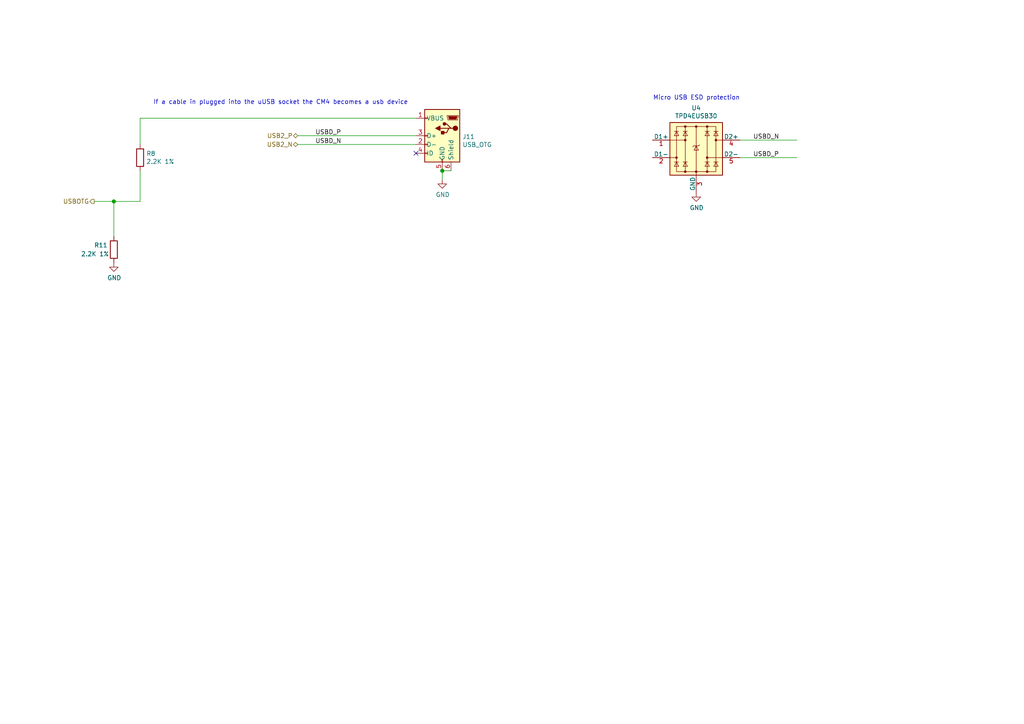
<source format=kicad_sch>
(kicad_sch (version 20211123) (generator eeschema)

  (uuid bac7c5b3-99df-445a-ade9-1e608bbbe27e)

  (paper "A4")

  (title_block
    (title "Compute Module 4 IO USB3 Board - USB")
    (rev "1")
    (company "Copyright © 2020-2022 Raspberry Pi Ltd (formerly Raspberry Pi (Trading) Ltd.)")
    (comment 1 "www.raspberrypi.com")
  )

  (lib_symbols
    (symbol "CM4IO:TPD4EUSB30" (pin_names (offset 0)) (in_bom yes) (on_board yes)
      (property "Reference" "U" (id 0) (at -0.635 8.89 0)
        (effects (font (size 1.27 1.27)))
      )
      (property "Value" "TPD4EUSB30" (id 1) (at 8.89 -10.16 0)
        (effects (font (size 1.27 1.27)))
      )
      (property "Footprint" "Package_SON:USON-10_2.5x1.0mm_P0.5mm" (id 2) (at -24.13 -10.16 0)
        (effects (font (size 1.27 1.27)) hide)
      )
      (property "Datasheet" "http://www.ti.com/lit/ds/symlink/tpd2eusb30a.pdf" (id 3) (at 0 0 0)
        (effects (font (size 1.27 1.27)) hide)
      )
      (property "ki_keywords" "ESD protection USB 3.0" (id 4) (at 0 0 0)
        (effects (font (size 1.27 1.27)) hide)
      )
      (property "ki_description" "4-Channel ESD Protection for Super-Speed USB 3.0 Interface, USON-10" (id 5) (at 0 0 0)
        (effects (font (size 1.27 1.27)) hide)
      )
      (property "ki_fp_filters" "USON*2.5x1.0mm*P0.5mm*" (id 6) (at 0 0 0)
        (effects (font (size 1.27 1.27)) hide)
      )
      (symbol "TPD4EUSB30_0_0"
        (rectangle (start -5.715 6.477) (end 5.715 -6.604)
          (stroke (width 0) (type default) (color 0 0 0 0))
          (fill (type none))
        )
        (polyline
          (pts
            (xy -3.175 -6.604)
            (xy -3.175 6.477)
          )
          (stroke (width 0) (type default) (color 0 0 0 0))
          (fill (type none))
        )
        (polyline
          (pts
            (xy 0 6.477)
            (xy 0 -6.604)
          )
          (stroke (width 0) (type default) (color 0 0 0 0))
          (fill (type none))
        )
        (polyline
          (pts
            (xy 3.175 6.477)
            (xy 3.175 -6.604)
          )
          (stroke (width 0) (type default) (color 0 0 0 0))
          (fill (type none))
        )
      )
      (symbol "TPD4EUSB30_0_1"
        (rectangle (start -7.62 7.62) (end 7.62 -7.62)
          (stroke (width 0.254) (type default) (color 0 0 0 0))
          (fill (type background))
        )
        (circle (center -5.715 -2.54) (radius 0.2794)
          (stroke (width 0) (type default) (color 0 0 0 0))
          (fill (type outline))
        )
        (circle (center -3.175 -6.604) (radius 0.2794)
          (stroke (width 0) (type default) (color 0 0 0 0))
          (fill (type outline))
        )
        (circle (center -3.175 2.54) (radius 0.2794)
          (stroke (width 0) (type default) (color 0 0 0 0))
          (fill (type outline))
        )
        (circle (center -3.175 6.477) (radius 0.2794)
          (stroke (width 0) (type default) (color 0 0 0 0))
          (fill (type outline))
        )
        (circle (center 0 -6.604) (radius 0.2794)
          (stroke (width 0) (type default) (color 0 0 0 0))
          (fill (type outline))
        )
        (polyline
          (pts
            (xy -7.747 2.54)
            (xy -3.175 2.54)
          )
          (stroke (width 0) (type default) (color 0 0 0 0))
          (fill (type none))
        )
        (polyline
          (pts
            (xy -7.62 -2.54)
            (xy -5.715 -2.54)
          )
          (stroke (width 0) (type default) (color 0 0 0 0))
          (fill (type none))
        )
        (polyline
          (pts
            (xy -5.08 -3.81)
            (xy -6.35 -3.81)
          )
          (stroke (width 0) (type default) (color 0 0 0 0))
          (fill (type none))
        )
        (polyline
          (pts
            (xy -5.08 5.08)
            (xy -6.35 5.08)
          )
          (stroke (width 0) (type default) (color 0 0 0 0))
          (fill (type none))
        )
        (polyline
          (pts
            (xy -2.54 -3.81)
            (xy -3.81 -3.81)
          )
          (stroke (width 0) (type default) (color 0 0 0 0))
          (fill (type none))
        )
        (polyline
          (pts
            (xy -2.54 5.08)
            (xy -3.81 5.08)
          )
          (stroke (width 0) (type default) (color 0 0 0 0))
          (fill (type none))
        )
        (polyline
          (pts
            (xy -0.635 0.889)
            (xy -1.016 0.635)
          )
          (stroke (width 0) (type default) (color 0 0 0 0))
          (fill (type none))
        )
        (polyline
          (pts
            (xy 0 -6.604)
            (xy 0 -7.62)
          )
          (stroke (width 0) (type default) (color 0 0 0 0))
          (fill (type none))
        )
        (polyline
          (pts
            (xy 0.635 0.889)
            (xy -0.635 0.889)
          )
          (stroke (width 0) (type default) (color 0 0 0 0))
          (fill (type none))
        )
        (polyline
          (pts
            (xy 0.635 0.889)
            (xy 1.016 1.143)
          )
          (stroke (width 0) (type default) (color 0 0 0 0))
          (fill (type none))
        )
        (polyline
          (pts
            (xy 3.81 -3.81)
            (xy 2.54 -3.81)
          )
          (stroke (width 0) (type default) (color 0 0 0 0))
          (fill (type none))
        )
        (polyline
          (pts
            (xy 3.81 5.08)
            (xy 2.54 5.08)
          )
          (stroke (width 0) (type default) (color 0 0 0 0))
          (fill (type none))
        )
        (polyline
          (pts
            (xy 6.35 -3.81)
            (xy 5.08 -3.81)
          )
          (stroke (width 0) (type default) (color 0 0 0 0))
          (fill (type none))
        )
        (polyline
          (pts
            (xy 6.35 5.08)
            (xy 5.08 5.08)
          )
          (stroke (width 0) (type default) (color 0 0 0 0))
          (fill (type none))
        )
        (polyline
          (pts
            (xy 7.62 -2.54)
            (xy 3.175 -2.54)
          )
          (stroke (width 0) (type default) (color 0 0 0 0))
          (fill (type none))
        )
        (polyline
          (pts
            (xy 7.62 2.54)
            (xy 5.715 2.54)
          )
          (stroke (width 0) (type default) (color 0 0 0 0))
          (fill (type none))
        )
        (polyline
          (pts
            (xy -5.08 -5.08)
            (xy -6.35 -5.08)
            (xy -5.715 -3.81)
            (xy -5.08 -5.08)
          )
          (stroke (width 0) (type default) (color 0 0 0 0))
          (fill (type none))
        )
        (polyline
          (pts
            (xy -5.08 3.81)
            (xy -6.35 3.81)
            (xy -5.715 5.08)
            (xy -5.08 3.81)
          )
          (stroke (width 0) (type default) (color 0 0 0 0))
          (fill (type none))
        )
        (polyline
          (pts
            (xy -2.54 -5.08)
            (xy -3.81 -5.08)
            (xy -3.175 -3.81)
            (xy -2.54 -5.08)
          )
          (stroke (width 0) (type default) (color 0 0 0 0))
          (fill (type none))
        )
        (polyline
          (pts
            (xy -2.54 3.81)
            (xy -3.81 3.81)
            (xy -3.175 5.08)
            (xy -2.54 3.81)
          )
          (stroke (width 0) (type default) (color 0 0 0 0))
          (fill (type none))
        )
        (polyline
          (pts
            (xy 0.635 -0.381)
            (xy -0.635 -0.381)
            (xy 0 0.889)
            (xy 0.635 -0.381)
          )
          (stroke (width 0) (type default) (color 0 0 0 0))
          (fill (type none))
        )
        (polyline
          (pts
            (xy 3.81 -5.08)
            (xy 2.54 -5.08)
            (xy 3.175 -3.81)
            (xy 3.81 -5.08)
          )
          (stroke (width 0) (type default) (color 0 0 0 0))
          (fill (type none))
        )
        (polyline
          (pts
            (xy 3.81 3.81)
            (xy 2.54 3.81)
            (xy 3.175 5.08)
            (xy 3.81 3.81)
          )
          (stroke (width 0) (type default) (color 0 0 0 0))
          (fill (type none))
        )
        (polyline
          (pts
            (xy 6.35 -5.08)
            (xy 5.08 -5.08)
            (xy 5.715 -3.81)
            (xy 6.35 -5.08)
          )
          (stroke (width 0) (type default) (color 0 0 0 0))
          (fill (type none))
        )
        (polyline
          (pts
            (xy 6.35 3.81)
            (xy 5.08 3.81)
            (xy 5.715 5.08)
            (xy 6.35 3.81)
          )
          (stroke (width 0) (type default) (color 0 0 0 0))
          (fill (type none))
        )
        (circle (center 0 6.477) (radius 0.2794)
          (stroke (width 0) (type default) (color 0 0 0 0))
          (fill (type outline))
        )
        (circle (center 3.175 -6.604) (radius 0.2794)
          (stroke (width 0) (type default) (color 0 0 0 0))
          (fill (type outline))
        )
        (circle (center 3.175 -2.54) (radius 0.2794)
          (stroke (width 0) (type default) (color 0 0 0 0))
          (fill (type outline))
        )
        (circle (center 3.175 6.477) (radius 0.2794)
          (stroke (width 0) (type default) (color 0 0 0 0))
          (fill (type outline))
        )
        (circle (center 5.715 2.54) (radius 0.2794)
          (stroke (width 0) (type default) (color 0 0 0 0))
          (fill (type outline))
        )
      )
      (symbol "TPD4EUSB30_1_1"
        (pin passive line (at -12.7 2.54 0) (length 5.08)
          (name "D1+" (effects (font (size 1.27 1.27))))
          (number "1" (effects (font (size 1.27 1.27))))
        )
        (pin passive line (at -12.7 2.54 0) (length 5.08) hide
          (name "~" (effects (font (size 1.27 1.27))))
          (number "10" (effects (font (size 1.27 1.27))))
        )
        (pin passive line (at -12.7 -2.54 0) (length 5.08)
          (name "D1-" (effects (font (size 1.27 1.27))))
          (number "2" (effects (font (size 1.27 1.27))))
        )
        (pin power_in line (at 0 -12.7 90) (length 5.08)
          (name "GND" (effects (font (size 1.27 1.27))))
          (number "3" (effects (font (size 1.27 1.27))))
        )
        (pin passive line (at 12.7 2.54 180) (length 5.08)
          (name "D2+" (effects (font (size 1.27 1.27))))
          (number "4" (effects (font (size 1.27 1.27))))
        )
        (pin passive line (at 12.7 -2.54 180) (length 5.08)
          (name "D2-" (effects (font (size 1.27 1.27))))
          (number "5" (effects (font (size 1.27 1.27))))
        )
        (pin passive line (at 12.7 -2.54 180) (length 5.08) hide
          (name "~" (effects (font (size 1.27 1.27))))
          (number "6" (effects (font (size 1.27 1.27))))
        )
        (pin passive line (at 12.7 2.54 180) (length 5.08) hide
          (name "~" (effects (font (size 1.27 1.27))))
          (number "7" (effects (font (size 1.27 1.27))))
        )
        (pin passive line (at 0 -12.7 90) (length 5.08) hide
          (name "GND" (effects (font (size 1.27 1.27))))
          (number "8" (effects (font (size 1.27 1.27))))
        )
        (pin passive line (at -12.7 -2.54 0) (length 5.08) hide
          (name "~" (effects (font (size 1.27 1.27))))
          (number "9" (effects (font (size 1.27 1.27))))
        )
      )
    )
    (symbol "Connector:USB_OTG" (in_bom yes) (on_board yes)
      (property "Reference" "J" (id 0) (at -5.08 11.43 0)
        (effects (font (size 1.27 1.27)) (justify left))
      )
      (property "Value" "USB_OTG" (id 1) (at -5.08 8.89 0)
        (effects (font (size 1.27 1.27)) (justify left))
      )
      (property "Footprint" "" (id 2) (at 3.81 -1.27 0)
        (effects (font (size 1.27 1.27)) hide)
      )
      (property "Datasheet" " ~" (id 3) (at 3.81 -1.27 0)
        (effects (font (size 1.27 1.27)) hide)
      )
      (property "ki_keywords" "connector USB" (id 4) (at 0 0 0)
        (effects (font (size 1.27 1.27)) hide)
      )
      (property "ki_description" "USB mini/micro connector" (id 5) (at 0 0 0)
        (effects (font (size 1.27 1.27)) hide)
      )
      (property "ki_fp_filters" "USB*" (id 6) (at 0 0 0)
        (effects (font (size 1.27 1.27)) hide)
      )
      (symbol "USB_OTG_0_1"
        (rectangle (start -5.08 -7.62) (end 5.08 7.62)
          (stroke (width 0.254) (type default) (color 0 0 0 0))
          (fill (type background))
        )
        (circle (center -3.81 2.159) (radius 0.635)
          (stroke (width 0.254) (type default) (color 0 0 0 0))
          (fill (type outline))
        )
        (circle (center -0.635 3.429) (radius 0.381)
          (stroke (width 0.254) (type default) (color 0 0 0 0))
          (fill (type outline))
        )
        (rectangle (start -0.127 -7.62) (end 0.127 -6.858)
          (stroke (width 0) (type default) (color 0 0 0 0))
          (fill (type none))
        )
        (polyline
          (pts
            (xy -1.905 2.159)
            (xy 0.635 2.159)
          )
          (stroke (width 0.254) (type default) (color 0 0 0 0))
          (fill (type none))
        )
        (polyline
          (pts
            (xy -3.175 2.159)
            (xy -2.54 2.159)
            (xy -1.27 3.429)
            (xy -0.635 3.429)
          )
          (stroke (width 0.254) (type default) (color 0 0 0 0))
          (fill (type none))
        )
        (polyline
          (pts
            (xy -2.54 2.159)
            (xy -1.905 2.159)
            (xy -1.27 0.889)
            (xy 0 0.889)
          )
          (stroke (width 0.254) (type default) (color 0 0 0 0))
          (fill (type none))
        )
        (polyline
          (pts
            (xy 0.635 2.794)
            (xy 0.635 1.524)
            (xy 1.905 2.159)
            (xy 0.635 2.794)
          )
          (stroke (width 0.254) (type default) (color 0 0 0 0))
          (fill (type outline))
        )
        (polyline
          (pts
            (xy -4.318 5.588)
            (xy -1.778 5.588)
            (xy -2.032 4.826)
            (xy -4.064 4.826)
            (xy -4.318 5.588)
          )
          (stroke (width 0) (type default) (color 0 0 0 0))
          (fill (type outline))
        )
        (polyline
          (pts
            (xy -4.699 5.842)
            (xy -4.699 5.588)
            (xy -4.445 4.826)
            (xy -4.445 4.572)
            (xy -1.651 4.572)
            (xy -1.651 4.826)
            (xy -1.397 5.588)
            (xy -1.397 5.842)
            (xy -4.699 5.842)
          )
          (stroke (width 0) (type default) (color 0 0 0 0))
          (fill (type none))
        )
        (rectangle (start 0.254 1.27) (end -0.508 0.508)
          (stroke (width 0.254) (type default) (color 0 0 0 0))
          (fill (type outline))
        )
        (rectangle (start 5.08 -5.207) (end 4.318 -4.953)
          (stroke (width 0) (type default) (color 0 0 0 0))
          (fill (type none))
        )
        (rectangle (start 5.08 -2.667) (end 4.318 -2.413)
          (stroke (width 0) (type default) (color 0 0 0 0))
          (fill (type none))
        )
        (rectangle (start 5.08 -0.127) (end 4.318 0.127)
          (stroke (width 0) (type default) (color 0 0 0 0))
          (fill (type none))
        )
        (rectangle (start 5.08 4.953) (end 4.318 5.207)
          (stroke (width 0) (type default) (color 0 0 0 0))
          (fill (type none))
        )
      )
      (symbol "USB_OTG_1_1"
        (pin power_in line (at 7.62 5.08 180) (length 2.54)
          (name "VBUS" (effects (font (size 1.27 1.27))))
          (number "1" (effects (font (size 1.27 1.27))))
        )
        (pin passive line (at 7.62 -2.54 180) (length 2.54)
          (name "D-" (effects (font (size 1.27 1.27))))
          (number "2" (effects (font (size 1.27 1.27))))
        )
        (pin passive line (at 7.62 0 180) (length 2.54)
          (name "D+" (effects (font (size 1.27 1.27))))
          (number "3" (effects (font (size 1.27 1.27))))
        )
        (pin passive line (at 7.62 -5.08 180) (length 2.54)
          (name "ID" (effects (font (size 1.27 1.27))))
          (number "4" (effects (font (size 1.27 1.27))))
        )
        (pin power_in line (at 0 -10.16 90) (length 2.54)
          (name "GND" (effects (font (size 1.27 1.27))))
          (number "5" (effects (font (size 1.27 1.27))))
        )
        (pin passive line (at -2.54 -10.16 90) (length 2.54)
          (name "Shield" (effects (font (size 1.27 1.27))))
          (number "6" (effects (font (size 1.27 1.27))))
        )
      )
    )
    (symbol "Device:R" (pin_numbers hide) (pin_names (offset 0)) (in_bom yes) (on_board yes)
      (property "Reference" "R" (id 0) (at 2.032 0 90)
        (effects (font (size 1.27 1.27)))
      )
      (property "Value" "R" (id 1) (at 0 0 90)
        (effects (font (size 1.27 1.27)))
      )
      (property "Footprint" "" (id 2) (at -1.778 0 90)
        (effects (font (size 1.27 1.27)) hide)
      )
      (property "Datasheet" "~" (id 3) (at 0 0 0)
        (effects (font (size 1.27 1.27)) hide)
      )
      (property "ki_keywords" "R res resistor" (id 4) (at 0 0 0)
        (effects (font (size 1.27 1.27)) hide)
      )
      (property "ki_description" "Resistor" (id 5) (at 0 0 0)
        (effects (font (size 1.27 1.27)) hide)
      )
      (property "ki_fp_filters" "R_*" (id 6) (at 0 0 0)
        (effects (font (size 1.27 1.27)) hide)
      )
      (symbol "R_0_1"
        (rectangle (start -1.016 -2.54) (end 1.016 2.54)
          (stroke (width 0.254) (type default) (color 0 0 0 0))
          (fill (type none))
        )
      )
      (symbol "R_1_1"
        (pin passive line (at 0 3.81 270) (length 1.27)
          (name "~" (effects (font (size 1.27 1.27))))
          (number "1" (effects (font (size 1.27 1.27))))
        )
        (pin passive line (at 0 -3.81 90) (length 1.27)
          (name "~" (effects (font (size 1.27 1.27))))
          (number "2" (effects (font (size 1.27 1.27))))
        )
      )
    )
    (symbol "power:GND" (power) (pin_names (offset 0)) (in_bom yes) (on_board yes)
      (property "Reference" "#PWR" (id 0) (at 0 -6.35 0)
        (effects (font (size 1.27 1.27)) hide)
      )
      (property "Value" "GND" (id 1) (at 0 -3.81 0)
        (effects (font (size 1.27 1.27)))
      )
      (property "Footprint" "" (id 2) (at 0 0 0)
        (effects (font (size 1.27 1.27)) hide)
      )
      (property "Datasheet" "" (id 3) (at 0 0 0)
        (effects (font (size 1.27 1.27)) hide)
      )
      (property "ki_keywords" "power-flag" (id 4) (at 0 0 0)
        (effects (font (size 1.27 1.27)) hide)
      )
      (property "ki_description" "Power symbol creates a global label with name \"GND\" , ground" (id 5) (at 0 0 0)
        (effects (font (size 1.27 1.27)) hide)
      )
      (symbol "GND_0_1"
        (polyline
          (pts
            (xy 0 0)
            (xy 0 -1.27)
            (xy 1.27 -1.27)
            (xy 0 -2.54)
            (xy -1.27 -1.27)
            (xy 0 -1.27)
          )
          (stroke (width 0) (type default) (color 0 0 0 0))
          (fill (type none))
        )
      )
      (symbol "GND_1_1"
        (pin power_in line (at 0 0 270) (length 0) hide
          (name "GND" (effects (font (size 1.27 1.27))))
          (number "1" (effects (font (size 1.27 1.27))))
        )
      )
    )
  )

  (junction (at 33.02 58.42) (diameter 1.016) (color 0 0 0 0)
    (uuid b0b4c3cb-e7ea-49c0-8162-be3bbab3e4ec)
  )
  (junction (at 128.27 49.53) (diameter 1.016) (color 0 0 0 0)
    (uuid de370984-7922-4327-a0ba-7cd613995df4)
  )

  (no_connect (at 120.65 44.45) (uuid 99e6b8eb-b08e-4d42-84dd-8b7f6765b7b7))

  (wire (pts (xy 86.36 39.37) (xy 120.65 39.37))
    (stroke (width 0) (type solid) (color 0 0 0 0))
    (uuid 02f8904b-a7b2-49dd-b392-764e7e29fb51)
  )
  (wire (pts (xy 214.63 40.64) (xy 231.14 40.64))
    (stroke (width 0) (type solid) (color 0 0 0 0))
    (uuid 18f1018d-5857-4c32-a072-f3de80352f74)
  )
  (wire (pts (xy 33.02 58.42) (xy 33.02 68.58))
    (stroke (width 0) (type solid) (color 0 0 0 0))
    (uuid 2518d4ea-25cc-4e57-a0d6-8482034e7318)
  )
  (wire (pts (xy 40.64 58.42) (xy 33.02 58.42))
    (stroke (width 0) (type solid) (color 0 0 0 0))
    (uuid 4fd9bc4f-0ae3-42d4-a1b4-9fb1b2a0a7fd)
  )
  (wire (pts (xy 40.64 49.53) (xy 40.64 58.42))
    (stroke (width 0) (type solid) (color 0 0 0 0))
    (uuid 71af7b65-0e6b-402e-b1a4-b66be507b4dc)
  )
  (wire (pts (xy 40.64 41.91) (xy 40.64 34.29))
    (stroke (width 0) (type solid) (color 0 0 0 0))
    (uuid 799e761c-1426-40e9-a069-1f4cb353bfaa)
  )
  (wire (pts (xy 128.27 49.53) (xy 130.81 49.53))
    (stroke (width 0) (type solid) (color 0 0 0 0))
    (uuid 8bd46048-cab7-4adf-af9a-bc2710c1894c)
  )
  (wire (pts (xy 128.27 52.07) (xy 128.27 49.53))
    (stroke (width 0) (type solid) (color 0 0 0 0))
    (uuid 992a2b00-5e28-4edd-88b5-994891512d8d)
  )
  (wire (pts (xy 214.63 45.72) (xy 231.14 45.72))
    (stroke (width 0) (type solid) (color 0 0 0 0))
    (uuid db1ed10a-ef86-43bf-93dc-9be76327f6d2)
  )
  (wire (pts (xy 27.305 58.42) (xy 33.02 58.42))
    (stroke (width 0) (type solid) (color 0 0 0 0))
    (uuid db851147-6a1e-4d19-898c-0ba71182359b)
  )
  (wire (pts (xy 40.64 34.29) (xy 120.65 34.29))
    (stroke (width 0) (type solid) (color 0 0 0 0))
    (uuid e69c64f9-717d-4a97-b3df-80325ec2fa63)
  )
  (wire (pts (xy 86.36 41.91) (xy 120.65 41.91))
    (stroke (width 0) (type solid) (color 0 0 0 0))
    (uuid e70d061b-28f0-4421-ad15-0598604086e8)
  )

  (text "If a cable in plugged into the uUSB socket the CM4 becomes a usb device"
    (at 44.45 30.48 0)
    (effects (font (size 1.27 1.27)) (justify left bottom))
    (uuid 92848721-49b5-4e4c-b042-6fd51e1d562f)
  )
  (text "Micro USB ESD protection" (at 214.63 29.21 180)
    (effects (font (size 1.27 1.27)) (justify right bottom))
    (uuid c07eebcc-30d2-439d-8030-faea6ade4486)
  )

  (label "USBD_P" (at 91.44 39.37 0)
    (effects (font (size 1.27 1.27)) (justify left bottom))
    (uuid 3d552623-2969-4b15-8623-368144f225e9)
  )
  (label "USBD_P" (at 218.44 45.72 0)
    (effects (font (size 1.27 1.27)) (justify left bottom))
    (uuid 8aeae536-fd36-430e-be47-1a856eced2fc)
  )
  (label "USBD_N" (at 218.44 40.64 0)
    (effects (font (size 1.27 1.27)) (justify left bottom))
    (uuid bc3b3f93-69e0-44a5-b919-319b81d13095)
  )
  (label "USBD_N" (at 91.44 41.91 0)
    (effects (font (size 1.27 1.27)) (justify left bottom))
    (uuid e65bab67-68b7-4b22-a939-6f2c05164d2a)
  )

  (hierarchical_label "USBOTG" (shape output) (at 27.305 58.42 180)
    (effects (font (size 1.27 1.27)) (justify right))
    (uuid eb473bfd-fc2d-4cf0-8714-6b7dd95b0a03)
  )
  (hierarchical_label "USB2_N" (shape bidirectional) (at 86.36 41.91 180)
    (effects (font (size 1.27 1.27)) (justify right))
    (uuid fa20e708-ec85-4e0b-8402-f74a2724f920)
  )
  (hierarchical_label "USB2_P" (shape bidirectional) (at 86.36 39.37 180)
    (effects (font (size 1.27 1.27)) (justify right))
    (uuid fb35e3b1-aff6-41a7-9cf0-52694b95edeb)
  )

  (symbol (lib_id "Connector:USB_OTG") (at 128.27 39.37 0) (mirror y) (unit 1)
    (in_bom yes) (on_board yes)
    (uuid 00000000-0000-0000-0000-00005d3a5999)
    (property "Reference" "J11" (id 0) (at 134.112 39.6494 0)
      (effects (font (size 1.27 1.27)) (justify right))
    )
    (property "Value" "USB_OTG" (id 1) (at 134.112 41.9608 0)
      (effects (font (size 1.27 1.27)) (justify right))
    )
    (property "Footprint" "CM4IO:USB_Micro-B_EDAC_UCON00686" (id 2) (at 124.46 40.64 0)
      (effects (font (size 1.27 1.27)) hide)
    )
    (property "Datasheet" "https://cdn.amphenol-icc.com/media/wysiwyg/files/documentation/datasheet/inputoutput/io_usb_micro.pd" (id 3) (at 124.46 40.64 0)
      (effects (font (size 1.27 1.27)) hide)
    )
    (property "Field4" "Digikey" (id 4) (at 128.27 39.37 0)
      (effects (font (size 1.27 1.27)) hide)
    )
    (property "Field5" "609-4050-2-ND" (id 5) (at 128.27 39.37 0)
      (effects (font (size 1.27 1.27)) hide)
    )
    (property "Field6" "690-005-298-486" (id 6) (at 128.27 39.37 0)
      (effects (font (size 1.27 1.27)) hide)
    )
    (property "Field7" "EDAC" (id 7) (at 128.27 39.37 0)
      (effects (font (size 1.27 1.27)) hide)
    )
    (property "Part Description" "USB - micro B USB 2.0 Receptacle Connector 5 Position Surface Mount, Right Angle; Through Hole" (id 8) (at 128.27 39.37 0)
      (effects (font (size 1.27 1.27)) hide)
    )
    (property "Field8" "UCON00686" (id 9) (at 128.27 39.37 0)
      (effects (font (size 1.27 1.27)) hide)
    )
    (pin "1" (uuid fd60415a-f01a-46c5-9369-ea970e435e5b))
    (pin "2" (uuid af76ce95-feca-41fb-bf31-edaa26d6766a))
    (pin "3" (uuid e11ae5a5-aa10-4f10-b346-f16e33c7899a))
    (pin "4" (uuid f23ac723-a36d-491d-9473-7ec0ffed332d))
    (pin "5" (uuid 4bbde53d-6894-4e18-9480-84a6a26d5f6b))
    (pin "6" (uuid d3dd7cdb-b730-487d-804d-99150ba318ef))
  )

  (symbol (lib_id "Device:R") (at 40.64 45.72 0) (unit 1)
    (in_bom yes) (on_board yes)
    (uuid 00000000-0000-0000-0000-00005d417c1b)
    (property "Reference" "R8" (id 0) (at 42.418 44.5516 0)
      (effects (font (size 1.27 1.27)) (justify left))
    )
    (property "Value" "2.2K 1%" (id 1) (at 42.418 46.863 0)
      (effects (font (size 1.27 1.27)) (justify left))
    )
    (property "Footprint" "Resistor_SMD:R_0402_1005Metric" (id 2) (at 38.862 45.72 90)
      (effects (font (size 1.27 1.27)) hide)
    )
    (property "Datasheet" "https://fscdn.rohm.com/en/products/databook/datasheet/passive/resistor/chip_resistor/mcr-e.pdf" (id 3) (at 40.64 45.72 0)
      (effects (font (size 1.27 1.27)) hide)
    )
    (property "Field4" "Farnell" (id 4) (at 40.64 45.72 0)
      (effects (font (size 1.27 1.27)) hide)
    )
    (property "Field5" "9239278" (id 5) (at 40.64 45.72 0)
      (effects (font (size 1.27 1.27)) hide)
    )
    (property "Field7" "KOA EUROPE GMBH" (id 6) (at 40.64 45.72 0)
      (effects (font (size 1.27 1.27)) hide)
    )
    (property "Field6" "RK73G1ETQTP2201D         " (id 7) (at 40.64 45.72 0)
      (effects (font (size 1.27 1.27)) hide)
    )
    (property "Part Description" "Resistor 2.2K M1005 1% 63mW" (id 8) (at 40.64 45.72 0)
      (effects (font (size 1.27 1.27)) hide)
    )
    (property "Field8" "120889581" (id 9) (at 40.64 45.72 0)
      (effects (font (size 1.27 1.27)) hide)
    )
    (pin "1" (uuid ca9b74ce-0dee-401c-9544-f599f4cf538d))
    (pin "2" (uuid 199124ca-dd64-45cf-a063-97cc545cbea7))
  )

  (symbol (lib_id "Device:R") (at 33.02 72.39 0) (unit 1)
    (in_bom yes) (on_board yes)
    (uuid 00000000-0000-0000-0000-00005d615d09)
    (property "Reference" "R11" (id 0) (at 27.305 71.12 0)
      (effects (font (size 1.27 1.27)) (justify left))
    )
    (property "Value" "2.2K 1%" (id 1) (at 23.495 73.66 0)
      (effects (font (size 1.27 1.27)) (justify left))
    )
    (property "Footprint" "Resistor_SMD:R_0402_1005Metric" (id 2) (at 31.242 72.39 90)
      (effects (font (size 1.27 1.27)) hide)
    )
    (property "Datasheet" "https://fscdn.rohm.com/en/products/databook/datasheet/passive/resistor/chip_resistor/mcr-e.pdf" (id 3) (at 33.02 72.39 0)
      (effects (font (size 1.27 1.27)) hide)
    )
    (property "Field4" "Farnell" (id 4) (at 33.02 72.39 0)
      (effects (font (size 1.27 1.27)) hide)
    )
    (property "Field5" "9239278" (id 5) (at 33.02 72.39 0)
      (effects (font (size 1.27 1.27)) hide)
    )
    (property "Field7" "KOA EUROPE GMBH" (id 6) (at 33.02 72.39 0)
      (effects (font (size 1.27 1.27)) hide)
    )
    (property "Field6" "RK73G1ETQTP2201D         " (id 7) (at 33.02 72.39 0)
      (effects (font (size 1.27 1.27)) hide)
    )
    (property "Part Description" "Resistor 2.2K M1005 1% 63mW" (id 8) (at 33.02 72.39 0)
      (effects (font (size 1.27 1.27)) hide)
    )
    (property "Field8" "120889581" (id 9) (at 33.02 72.39 0)
      (effects (font (size 1.27 1.27)) hide)
    )
    (pin "1" (uuid 5bab6a37-1fdf-4cf8-b571-44c962ed86e9))
    (pin "2" (uuid 706c1cb9-5d96-4282-9efc-6147f0125147))
  )

  (symbol (lib_id "power:GND") (at 128.27 52.07 0) (unit 1)
    (in_bom yes) (on_board yes)
    (uuid 00000000-0000-0000-0000-00005dd30b91)
    (property "Reference" "#PWR0115" (id 0) (at 128.27 58.42 0)
      (effects (font (size 1.27 1.27)) hide)
    )
    (property "Value" "GND" (id 1) (at 128.397 56.4642 0))
    (property "Footprint" "" (id 2) (at 128.27 52.07 0)
      (effects (font (size 1.27 1.27)) hide)
    )
    (property "Datasheet" "" (id 3) (at 128.27 52.07 0)
      (effects (font (size 1.27 1.27)) hide)
    )
    (pin "1" (uuid aadc3df5-0e2d-4f3d-b72e-6f184da74c89))
  )

  (symbol (lib_id "power:GND") (at 33.02 76.2 0) (unit 1)
    (in_bom yes) (on_board yes)
    (uuid 00000000-0000-0000-0000-00005e0e65c5)
    (property "Reference" "#PWR0114" (id 0) (at 33.02 82.55 0)
      (effects (font (size 1.27 1.27)) hide)
    )
    (property "Value" "GND" (id 1) (at 33.147 80.5942 0))
    (property "Footprint" "" (id 2) (at 33.02 76.2 0)
      (effects (font (size 1.27 1.27)) hide)
    )
    (property "Datasheet" "" (id 3) (at 33.02 76.2 0)
      (effects (font (size 1.27 1.27)) hide)
    )
    (pin "1" (uuid 3b65c51e-c243-447e-bee9-832d94c1630e))
  )

  (symbol (lib_id "power:GND") (at 201.93 55.88 0) (unit 1)
    (in_bom yes) (on_board yes)
    (uuid 00000000-0000-0000-0000-00005e63ba85)
    (property "Reference" "#PWR0112" (id 0) (at 201.93 62.23 0)
      (effects (font (size 1.27 1.27)) hide)
    )
    (property "Value" "GND" (id 1) (at 202.057 60.2742 0))
    (property "Footprint" "" (id 2) (at 201.93 55.88 0)
      (effects (font (size 1.27 1.27)) hide)
    )
    (property "Datasheet" "" (id 3) (at 201.93 55.88 0)
      (effects (font (size 1.27 1.27)) hide)
    )
    (pin "1" (uuid 15699041-ed40-45ee-87d8-f5e206a88536))
  )

  (symbol (lib_id "CM4IO:TPD4EUSB30") (at 201.93 43.18 0) (unit 1)
    (in_bom yes) (on_board yes)
    (uuid 00000000-0000-0000-0000-00005eb07faa)
    (property "Reference" "U4" (id 0) (at 201.93 31.3182 0))
    (property "Value" "TPD4EUSB30" (id 1) (at 201.93 33.6296 0))
    (property "Footprint" "Package_SON:USON-10_2.5x1.0mm_P0.5mm" (id 2) (at 177.8 53.34 0)
      (effects (font (size 1.27 1.27)) hide)
    )
    (property "Datasheet" "http://www.ti.com/lit/ds/symlink/tpd2eusb30a.pdf" (id 3) (at 201.93 43.18 0)
      (effects (font (size 1.27 1.27)) hide)
    )
    (property "Field4" "Farnell" (id 4) (at 201.93 43.18 0)
      (effects (font (size 1.27 1.27)) hide)
    )
    (property "Field5" "2335455" (id 5) (at 201.93 43.18 0)
      (effects (font (size 1.27 1.27)) hide)
    )
    (property "Field6" "CDDFN10-3324P-13" (id 6) (at 201.93 43.18 0)
      (effects (font (size 1.27 1.27)) hide)
    )
    (property "Field7" "Bourns" (id 7) (at 201.93 43.18 0)
      (effects (font (size 1.27 1.27)) hide)
    )
    (property "Field8" "UDIO00346" (id 8) (at 201.93 43.18 0)
      (effects (font (size 1.27 1.27)) hide)
    )
    (property "Part Description" "Quad TVS diode for high speed signals (USB3, GigE etc.)" (id 9) (at 201.93 43.18 0)
      (effects (font (size 1.27 1.27)) hide)
    )
    (pin "1" (uuid 6150c02b-beb5-4af1-951e-3666a285a6ea))
    (pin "10" (uuid 9c2999b2-1cf1-4204-9d23-243401b77aa3))
    (pin "2" (uuid 755f94aa-38f0-4a64-a7c7-6c71cb18cddf))
    (pin "3" (uuid 4970ec6e-3725-4619-b57d-dc2c2cb86ed0))
    (pin "4" (uuid f8b47531-6c06-4e54-9fc9-cd9d0f3dd69f))
    (pin "5" (uuid 0ce1dd44-f307-4f98-9f0d-478fd87daa64))
    (pin "6" (uuid 0c5dddf1-38df-43d2-b49c-e7b691dab0ab))
    (pin "7" (uuid ca56e1ad-54bf-4df5-a4f7-99f5d61d0de9))
    (pin "8" (uuid 254f7cc6-cee1-44ca-9afe-939b318201aa))
    (pin "9" (uuid 5f48b0f2-82cf-40ce-afac-440f97643c36))
  )
)

</source>
